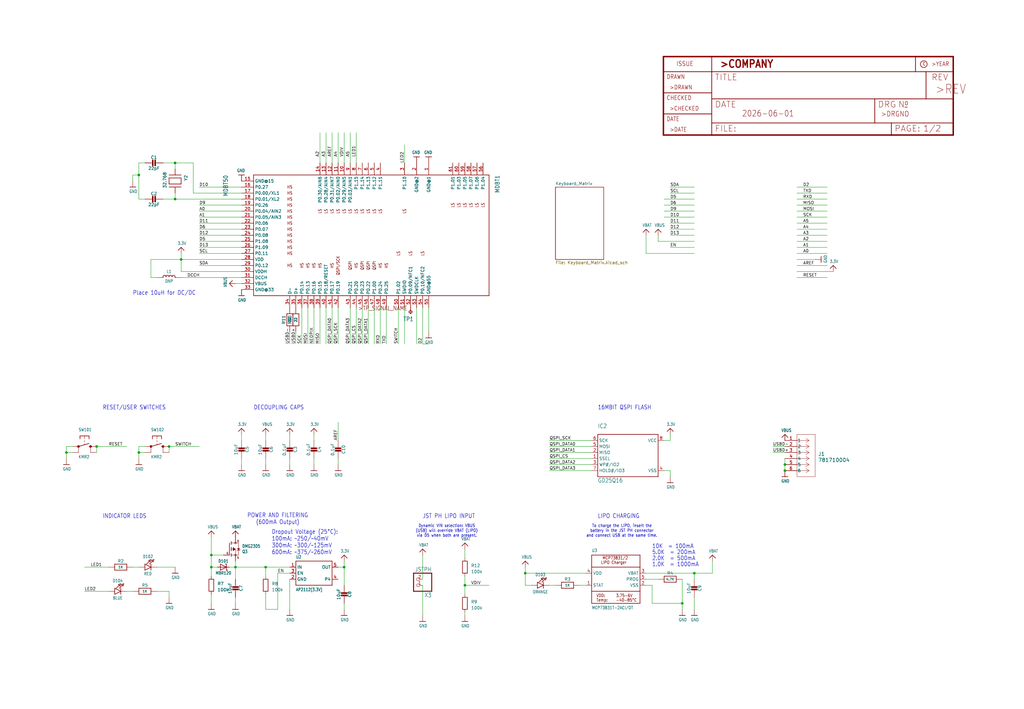
<source format=kicad_sch>
(kicad_sch (version 20230121) (generator eeschema)
  (paper "User" 430.809 298.45)
  (junction (at 73.66 68.58))
  (junction (at 58.42 73.66))
  (junction (at 195.58 246.38))
  (junction (at 220.98 241.3))
  (junction (at 330.2 198.12))
  (junction (at 76.2 109.22))
  (junction (at 73.66 83.82))
  (junction (at 71.12 187.96))
  (junction (at 27.94 190.5))
  (junction (at 287.02 254))
  (junction (at 292.1 241.3))
  (junction (at 330.2 195.58))
  (junction (at 144.78 238.76))
  (junction (at 99.06 238.76))
  (junction (at 58.42 190.5))
  (junction (at 88.9 238.76))
  (junction (at 111.76 238.76))
  (junction (at 88.9 233.68))
  (junction (at 40.64 187.96))
  (wire (pts (xy 281.94 96.52) (xy 292.1 96.52)) (stroke (width 0.1524)))
  (wire (pts (xy 279.4 88.9) (xy 292.1 88.9)) (stroke (width 0.1524)))
  (wire (pts (xy 101.6 86.36) (xy 83.82 86.36)) (stroke (width 0.1524)))
  (wire (pts (xy 347.98 88.9) (xy 335.28 88.9)) (stroke (width 0.1524)))
  (wire (pts (xy 71.12 187.96) (xy 83.82 187.96)) (stroke (width 0.1524)))
  (wire (pts (xy 55.88 76.2) (xy 55.88 73.66)) (stroke (width 0.1524)))
  (wire (pts (xy 335.28 114.3) (xy 350.52 114.3)) (stroke (width 0.1524)))
  (wire (pts (xy 292.1 241.3) (xy 271.78 241.3)) (stroke (width 0.1524)))
  (wire (pts (xy 132.08 185.42) (xy 132.08 182.88)) (stroke (width 0.1524)))
  (wire (pts (xy 144.78 68.58) (xy 144.78 55.88)) (stroke (width 0.1524)))
  (wire (pts (xy 101.6 185.42) (xy 101.6 182.88)) (stroke (width 0.1524)))
  (wire (pts (xy 292.1 101.6) (xy 276.86 101.6)) (stroke (width 0.1524)))
  (wire (pts (xy 81.28 68.58) (xy 73.66 68.58)) (stroke (width 0.1524)))
  (wire (pts (xy 292.1 78.74) (xy 281.94 78.74)) (stroke (width 0.1524)))
  (wire (pts (xy 231.14 246.38) (xy 233.68 246.38)) (stroke (width 0.1524)))
  (wire (pts (xy 53.34 248.92) (xy 55.88 248.92)) (stroke (width 0.1524)))
  (wire (pts (xy 279.4 185.42) (xy 281.94 185.42)) (stroke (width 0.1524)))
  (wire (pts (xy 177.8 129.54) (xy 177.8 144.78)) (stroke (width 0.1524)))
  (wire (pts (xy 101.6 111.76) (xy 83.82 111.76)) (stroke (width 0.1524)))
  (wire (pts (xy 99.06 238.76) (xy 111.76 238.76)) (stroke (width 0.1524)))
  (wire (pts (xy 73.66 68.58) (xy 73.66 71.12)) (stroke (width 0.1524)))
  (wire (pts (xy 144.78 238.76) (xy 144.78 236.22)) (stroke (width 0.1524)))
  (wire (pts (xy 299.72 236.22) (xy 299.72 241.3)) (stroke (width 0.1524)))
  (wire (pts (xy 281.94 185.42) (xy 281.94 182.88)) (stroke (width 0.1524)))
  (wire (pts (xy 63.5 109.22) (xy 76.2 109.22)) (stroke (width 0.1524)))
  (wire (pts (xy 195.58 246.38) (xy 195.58 250.19)) (stroke (width 0.1524)))
  (wire (pts (xy 292.1 241.3) (xy 299.72 241.3)) (stroke (width 0.1524)))
  (wire (pts (xy 147.32 144.78) (xy 147.32 129.54)) (stroke (width 0.1524)))
  (wire (pts (xy 279.4 86.36) (xy 292.1 86.36)) (stroke (width 0.1524)))
  (wire (pts (xy 248.92 185.42) (xy 231.14 185.42)) (stroke (width 0.1524)))
  (wire (pts (xy 63.5 116.84) (xy 63.5 109.22)) (stroke (width 0.1524)))
  (wire (pts (xy 88.9 238.76) (xy 88.9 242.57)) (stroke (width 0.1524)))
  (wire (pts (xy 83.82 101.6) (xy 101.6 101.6)) (stroke (width 0.1524)))
  (wire (pts (xy 45.72 248.92) (xy 35.56 248.92)) (stroke (width 0.1524)))
  (wire (pts (xy 116.84 256.54) (xy 111.76 256.54)) (stroke (width 0.1524)))
  (wire (pts (xy 99.06 236.22) (xy 99.06 238.76)) (stroke (width 0.1524)))
  (wire (pts (xy 60.96 190.5) (xy 58.42 190.5)) (stroke (width 0.1524)))
  (wire (pts (xy 40.64 187.96) (xy 40.64 190.5)) (stroke (width 0.1524)))
  (wire (pts (xy 220.98 241.3) (xy 246.38 241.3)) (stroke (width 0.1524)))
  (wire (pts (xy 335.28 111.76) (xy 347.98 111.76)) (stroke (width 0.1524)))
  (wire (pts (xy 88.9 250.19) (xy 88.9 251.46)))
  (wire (pts (xy 71.12 248.92) (xy 71.12 251.46)) (stroke (width 0.1524)))
  (wire (pts (xy 76.2 114.3) (xy 76.2 109.22)) (stroke (width 0.1524)))
  (wire (pts (xy 58.42 68.58) (xy 58.42 73.66)) (stroke (width 0.1524)))
  (wire (pts (xy 88.9 238.76) (xy 88.9 233.68)) (stroke (width 0.1524)))
  (wire (pts (xy 335.28 96.52) (xy 347.98 96.52)) (stroke (width 0.1524)))
  (wire (pts (xy 335.28 78.74) (xy 347.98 78.74)) (stroke (width 0.1524)))
  (wire (pts (xy 144.78 246.38) (xy 144.78 238.76)) (stroke (width 0.1524)))
  (wire (pts (xy 335.28 99.06) (xy 347.98 99.06)) (stroke (width 0.1524)))
  (wire (pts (xy 66.04 116.84) (xy 63.5 116.84)) (stroke (width 0.1524)))
  (wire (pts (xy 342.9 109.22) (xy 335.28 109.22)) (stroke (width 0.1524)))
  (wire (pts (xy 73.66 238.76) (xy 66.04 238.76)) (stroke (width 0.1524)))
  (wire (pts (xy 101.6 93.98) (xy 83.82 93.98)) (stroke (width 0.1524)))
  (wire (pts (xy 325.12 190.5) (xy 330.2 190.5)))
  (wire (pts (xy 121.92 144.78) (xy 121.92 139.7)) (stroke (width 0.1524)))
  (wire (pts (xy 177.8 233.68) (xy 177.8 243.84)) (stroke (width 0.1524)))
  (wire (pts (xy 121.92 193.04) (xy 121.92 195.58)) (stroke (width 0.1524)))
  (wire (pts (xy 279.4 91.44) (xy 292.1 91.44)) (stroke (width 0.1524)))
  (wire (pts (xy 30.48 187.96) (xy 27.94 187.96)) (stroke (width 0.1524)))
  (wire (pts (xy 271.78 243.84) (xy 276.86 243.84)) (stroke (width 0.1524)))
  (wire (pts (xy 335.28 83.82) (xy 347.98 83.82)) (stroke (width 0.1524)))
  (wire (pts (xy 157.48 129.54) (xy 157.48 144.78)) (stroke (width 0.1524)))
  (wire (pts (xy 330.2 193.04) (xy 330.2 195.58)))
  (wire (pts (xy 177.8 259.08) (xy 177.8 246.38)) (stroke (width 0.1524)))
  (wire (pts (xy 195.58 231.14) (xy 195.58 234.95)) (stroke (width 0.1524)))
  (wire (pts (xy 111.76 185.42) (xy 111.76 182.88)) (stroke (width 0.1524)))
  (wire (pts (xy 45.72 238.76) (xy 35.56 238.76)) (stroke (width 0.1524)))
  (wire (pts (xy 58.42 238.76) (xy 55.88 238.76)) (stroke (width 0.1524)))
  (wire (pts (xy 142.24 195.58) (xy 142.24 193.04)) (stroke (width 0.1524)))
  (wire (pts (xy 147.32 68.58) (xy 147.32 55.88)) (stroke (width 0.1524)))
  (wire (pts (xy 281.94 93.98) (xy 292.1 93.98)) (stroke (width 0.1524)))
  (wire (pts (xy 281.94 99.06) (xy 292.1 99.06)) (stroke (width 0.1524)))
  (wire (pts (xy 101.6 78.74) (xy 83.82 78.74)) (stroke (width 0.1524)))
  (wire (pts (xy 142.24 68.58) (xy 142.24 55.88)) (stroke (width 0.1524)))
  (wire (pts (xy 271.78 246.38) (xy 274.32 246.38)) (stroke (width 0.1524)))
  (wire (pts (xy 195.58 242.57) (xy 195.58 246.38)) (stroke (width 0.1524)))
  (wire (pts (xy 71.12 187.96) (xy 71.12 190.5)) (stroke (width 0.1524)))
  (wire (pts (xy 292.1 81.28) (xy 281.94 81.28)) (stroke (width 0.1524)))
  (wire (pts (xy 101.6 99.06) (xy 83.82 99.06)) (stroke (width 0.1524)))
  (wire (pts (xy 111.76 193.04) (xy 111.76 195.58)) (stroke (width 0.1524)))
  (wire (pts (xy 81.28 81.28) (xy 81.28 68.58)) (stroke (width 0.1524)))
  (wire (pts (xy 330.2 195.58) (xy 330.2 198.12)))
  (wire (pts (xy 30.48 190.5) (xy 27.94 190.5)) (stroke (width 0.1524)))
  (wire (pts (xy 231.14 190.5) (xy 248.92 190.5)) (stroke (width 0.1524)))
  (wire (pts (xy 83.82 91.44) (xy 101.6 91.44)) (stroke (width 0.1524)))
  (wire (pts (xy 27.94 187.96) (xy 27.94 190.5)) (stroke (width 0.1524)))
  (wire (pts (xy 132.08 129.54) (xy 132.08 144.78)) (stroke (width 0.1524)))
  (wire (pts (xy 271.78 106.68) (xy 271.78 99.06)) (stroke (width 0.1524)))
  (wire (pts (xy 137.16 129.54) (xy 137.16 144.78)) (stroke (width 0.1524)))
  (wire (pts (xy 93.98 233.68) (xy 88.9 233.68)) (stroke (width 0.1524)))
  (wire (pts (xy 139.7 144.78) (xy 139.7 129.54)) (stroke (width 0.1524)))
  (wire (pts (xy 195.58 246.38) (xy 205.74 246.38)) (stroke (width 0.1524)))
  (wire (pts (xy 248.92 187.96) (xy 231.14 187.96)) (stroke (width 0.1524)))
  (wire (pts (xy 58.42 73.66) (xy 58.42 83.82)) (stroke (width 0.1524)))
  (wire (pts (xy 170.18 68.58) (xy 170.18 60.96)) (stroke (width 0.1524)))
  (wire (pts (xy 55.88 73.66) (xy 58.42 73.66)) (stroke (width 0.1524)))
  (wire (pts (xy 142.24 238.76) (xy 144.78 238.76)) (stroke (width 0.1524)))
  (wire (pts (xy 88.9 233.68) (xy 88.9 226.06)) (stroke (width 0.1524)))
  (wire (pts (xy 121.92 238.76) (xy 111.76 238.76)) (stroke (width 0.1524)))
  (wire (pts (xy 101.6 88.9) (xy 83.82 88.9)) (stroke (width 0.1524)))
  (wire (pts (xy 325.12 187.96) (xy 330.2 187.96)))
  (wire (pts (xy 121.92 243.84) (xy 121.92 256.54)) (stroke (width 0.1524)))
  (wire (pts (xy 129.54 129.54) (xy 129.54 144.78)) (stroke (width 0.1524)))
  (wire (pts (xy 134.62 68.58) (xy 134.62 55.88)) (stroke (width 0.1524)))
  (wire (pts (xy 96.52 238.76) (xy 99.06 238.76)) (stroke (width 0.1524)))
  (wire (pts (xy 101.6 109.22) (xy 76.2 109.22)) (stroke (width 0.1524)))
  (wire (pts (xy 60.96 68.58) (xy 58.42 68.58)) (stroke (width 0.1524)))
  (wire (pts (xy 231.14 195.58) (xy 248.92 195.58)) (stroke (width 0.1524)))
  (wire (pts (xy 292.1 83.82) (xy 279.4 83.82)) (stroke (width 0.1524)))
  (wire (pts (xy 292.1 104.14) (xy 281.94 104.14)) (stroke (width 0.1524)))
  (wire (pts (xy 335.28 81.28) (xy 347.98 81.28)) (stroke (width 0.1524)))
  (wire (pts (xy 88.9 254) (xy 88.9 251.46)) (stroke (width 0.1524)))
  (wire (pts (xy 66.04 248.92) (xy 71.12 248.92)) (stroke (width 0.1524)))
  (wire (pts (xy 58.42 187.96) (xy 58.42 190.5)) (stroke (width 0.1524)))
  (wire (pts (xy 58.42 190.5) (xy 58.42 193.04)) (stroke (width 0.1524)))
  (wire (pts (xy 287.02 254) (xy 287.02 256.54)) (stroke (width 0.1524)))
  (wire (pts (xy 162.56 129.54) (xy 162.56 144.78)) (stroke (width 0.1524)))
  (wire (pts (xy 27.94 190.5) (xy 27.94 193.04)) (stroke (width 0.1524)))
  (wire (pts (xy 101.6 83.82) (xy 73.66 83.82)) (stroke (width 0.1524)))
  (wire (pts (xy 160.02 129.54) (xy 160.02 144.78)) (stroke (width 0.1524)))
  (wire (pts (xy 142.24 185.42) (xy 142.24 177.8)) (stroke (width 0.1524)))
  (wire (pts (xy 134.62 129.54) (xy 134.62 144.78)) (stroke (width 0.1524)))
  (wire (pts (xy 111.76 256.54) (xy 111.76 251.46)) (stroke (width 0.1524)))
  (wire (pts (xy 274.32 246.38) (xy 274.32 254)) (stroke (width 0.1524)))
  (wire (pts (xy 231.14 193.04) (xy 248.92 193.04)) (stroke (width 0.1524)))
  (wire (pts (xy 149.86 144.78) (xy 149.86 129.54)) (stroke (width 0.1524)))
  (wire (pts (xy 243.84 246.38) (xy 246.38 246.38)) (stroke (width 0.1524)))
  (wire (pts (xy 335.28 101.6) (xy 347.98 101.6)) (stroke (width 0.1524)))
  (wire (pts (xy 121.92 241.3) (xy 116.84 241.3)) (stroke (width 0.1524)))
  (wire (pts (xy 142.24 144.78) (xy 142.24 129.54)) (stroke (width 0.1524)))
  (wire (pts (xy 223.52 246.38) (xy 220.98 246.38)) (stroke (width 0.1524)))
  (wire (pts (xy 279.4 198.12) (xy 281.94 198.12)) (stroke (width 0.1524)))
  (wire (pts (xy 180.34 139.7) (xy 180.34 129.54)) (stroke (width 0.1524)))
  (wire (pts (xy 60.96 187.96) (xy 58.42 187.96)) (stroke (width 0.1524)))
  (wire (pts (xy 73.66 83.82) (xy 73.66 81.28)) (stroke (width 0.1524)))
  (wire (pts (xy 101.6 96.52) (xy 83.82 96.52)) (stroke (width 0.1524)))
  (wire (pts (xy 124.46 139.7) (xy 124.46 144.78)) (stroke (width 0.1524)))
  (wire (pts (xy 111.76 238.76) (xy 111.76 242.57)) (stroke (width 0.1524)))
  (wire (pts (xy 68.58 83.82) (xy 73.66 83.82)) (stroke (width 0.1524)))
  (wire (pts (xy 101.6 116.84) (xy 76.2 116.84)) (stroke (width 0.1524)))
  (wire (pts (xy 83.82 106.68) (xy 101.6 106.68)) (stroke (width 0.1524)))
  (wire (pts (xy 58.42 83.82) (xy 60.96 83.82)) (stroke (width 0.1524)))
  (wire (pts (xy 99.06 251.46) (xy 99.06 254)) (stroke (width 0.1524)))
  (wire (pts (xy 127 129.54) (xy 127 144.78)) (stroke (width 0.1524)))
  (wire (pts (xy 121.92 185.42) (xy 121.92 182.88)) (stroke (width 0.1524)))
  (wire (pts (xy 132.08 193.04) (xy 132.08 195.58)) (stroke (width 0.1524)))
  (wire (pts (xy 231.14 198.12) (xy 248.92 198.12)) (stroke (width 0.1524)))
  (wire (pts (xy 276.86 101.6) (xy 276.86 99.06)) (stroke (width 0.1524)))
  (wire (pts (xy 137.16 68.58) (xy 137.16 55.88)) (stroke (width 0.1524)))
  (wire (pts (xy 68.58 68.58) (xy 73.66 68.58)) (stroke (width 0.1524)))
  (wire (pts (xy 292.1 251.46) (xy 292.1 256.54)) (stroke (width 0.1524)))
  (wire (pts (xy 220.98 246.38) (xy 220.98 241.3)) (stroke (width 0.1524)))
  (wire (pts (xy 335.28 106.68) (xy 347.98 106.68)) (stroke (width 0.1524)))
  (wire (pts (xy 281.94 198.12) (xy 281.94 200.66)) (stroke (width 0.1524)))
  (wire (pts (xy 335.28 91.44) (xy 347.98 91.44)) (stroke (width 0.1524)))
  (wire (pts (xy 101.6 193.04) (xy 101.6 195.58)) (stroke (width 0.1524)))
  (wire (pts (xy 40.64 187.96) (xy 53.34 187.96)) (stroke (width 0.1524)))
  (wire (pts (xy 292.1 243.84) (xy 292.1 241.3)) (stroke (width 0.1524)))
  (wire (pts (xy 139.7 68.58) (xy 139.7 55.88)) (stroke (width 0.1524)))
  (wire (pts (xy 335.28 104.14) (xy 347.98 104.14)) (stroke (width 0.1524)))
  (wire (pts (xy 116.84 241.3) (xy 116.84 256.54)) (stroke (width 0.1524)))
  (wire (pts (xy 101.6 114.3) (xy 76.2 114.3)) (stroke (width 0.1524)))
  (wire (pts (xy 152.4 129.54) (xy 152.4 144.78)) (stroke (width 0.1524)))
  (wire (pts (xy 287.02 243.84) (xy 287.02 254)) (stroke (width 0.1524)))
  (wire (pts (xy 220.98 238.76) (xy 220.98 241.3)) (stroke (width 0.1524)))
  (wire (pts (xy 76.2 109.22) (xy 76.2 106.68)) (stroke (width 0.1524)))
  (wire (pts (xy 101.6 119.38) (xy 99.06 119.38)) (stroke (width 0.1524)))
  (wire (pts (xy 154.94 129.54) (xy 154.94 144.78)) (stroke (width 0.1524)))
  (wire (pts (xy 335.28 93.98) (xy 347.98 93.98)) (stroke (width 0.1524)))
  (wire (pts (xy 347.98 86.36) (xy 335.28 86.36)) (stroke (width 0.1524)))
  (wire (pts (xy 292.1 106.68) (xy 271.78 106.68)) (stroke (width 0.1524)))
  (wire (pts (xy 81.28 81.28) (xy 101.6 81.28)) (stroke (width 0.1524)))
  (wire (pts (xy 167.64 129.54) (xy 167.64 144.78)) (stroke (width 0.1524)))
  (wire (pts (xy 175.26 129.54) (xy 175.26 144.78)) (stroke (width 0.1524)))
  (wire (pts (xy 91.44 238.76) (xy 88.9 238.76)) (stroke (width 0.1524)))
  (wire (pts (xy 99.06 243.84) (xy 99.06 238.76)) (stroke (width 0.1524)))
  (wire (pts (xy 347.98 116.84) (xy 335.28 116.84)) (stroke (width 0.1524)))
  (wire (pts (xy 111.76 250.19) (xy 111.76 251.46)))
  (wire (pts (xy 170.18 129.54) (xy 170.18 144.78)) (stroke (width 0.1524)))
  (wire (pts (xy 101.6 104.14) (xy 83.82 104.14)) (stroke (width 0.1524)))
  (wire (pts (xy 195.58 257.81) (xy 195.58 259.08)))
  (wire (pts (xy 274.32 254) (xy 287.02 254)) (stroke (width 0.1524)))
  (wire (pts (xy 177.8 144.78) (xy 180.34 144.78)) (stroke (width 0.1524)))
  (wire (pts (xy 144.78 254) (xy 144.78 256.54)) (stroke (width 0.1524)))
  (wire (pts (xy 149.86 68.58) (xy 149.86 55.88)) (stroke (width 0.1524)))
  (text "Dynamic VIN selection: VBUS\n(USB) will override VBAT (LIPO)\nvia D5 when both are present." (at 187.96 223.52 0) (effects (font (size 1.27 1.0795))))
  (text "To charge the LIPO, insert the\nbattery in the JST PH connector\nand connect USB at the same time." (at 261.62 223.52 0) (effects (font (size 1.27 1.0795))))
  (text "POWER AND FILTERING\n(600mA Output)" (at 116.84 220.98 0) (effects (font (size 1.778 1.5113)) (justify bottom)))
  (text "1.0K  = 1000mA" (at 274.32 238.76 0) (effects (font (size 1.778 1.5113)) (justify left bottom)))
  (text "Place 10uH for DC/DC" (at 55.88 124.46 0) (effects (font (size 1.778 1.5113)) (justify left bottom)))
  (text "INDICATOR LEDS" (at 43.18 218.44 0) (effects (font (size 1.778 1.5113)) (justify left bottom)))
  (text "5.0K  = 200mA" (at 274.32 233.68 0) (effects (font (size 1.778 1.5113)) (justify left bottom)))
  (text "JST PH LIPO INPUT" (at 177.8 218.44 0) (effects (font (size 1.778 1.5113)) (justify left bottom)))
  (text "LIPO CHARGING" (at 251.46 218.44 0) (effects (font (size 1.778 1.5113)) (justify left bottom)))
  (text "RESET/USER SWITCHES" (at 43.18 172.72 0) (effects (font (size 1.778 1.5113)) (justify left bottom)))
  (text "10K  = 100mA" (at 274.32 231.14 0) (effects (font (size 1.778 1.5113)) (justify left bottom)))
  (text "2.0K  = 500mA" (at 274.32 236.22 0) (effects (font (size 1.778 1.5113)) (justify left bottom)))
  (text "16MBIT QSPI FLASH" (at 251.46 172.72 0) (effects (font (size 1.778 1.5113)) (justify left bottom)))
  (text "Dropout Voltage (25°C):\n100mA: ~250/~40mV\n300mA: ~300/~125mV\n600mA: ~375/~260mV" (at 114.3 233.68 0) (effects (font (size 1.778 1.5113)) (justify left bottom)))
  (text "DECOUPLING CAPS" (at 106.68 172.72 0) (effects (font (size 1.778 1.5113)) (justify left bottom)))
  (label "QSPI_DATA1" (at 154.94 144.78 90) (effects (font (size 1.2446 1.2446))))
  (label "D9" (at 281.94 88.9 0) (effects (font (size 1.2446 1.2446))))
  (label "A4" (at 337.82 96.52 0) (effects (font (size 1.2446 1.2446))))
  (label "RXD" (at 160.02 144.78 90) (effects (font (size 1.2446 1.2446))))
  (label "VDIV" (at 144.78 66.04 90) (effects (font (size 1.2446 1.2446))))
  (label "D2" (at 177.8 144.78 90) (effects (font (size 1.2446 1.2446))))
  (label "DCCH" (at 78.74 116.84 0) (effects (font (size 1.2446 1.2446))))
  (label "QSPI_CS" (at 231.14 193.04 0) (effects (font (size 1.2446 1.2446))))
  (label "AREF" (at 139.7 66.04 90) (effects (font (size 1.2446 1.2446))))
  (label "SCK" (at 337.82 91.44 0) (effects (font (size 1.2446 1.2446))))
  (label "A1" (at 83.82 91.44 0) (effects (font (size 1.2446 1.2446))))
  (label "QSPI_DATA3" (at 147.32 144.78 90) (effects (font (size 1.2446 1.2446))))
  (label "TXD" (at 162.56 144.78 90) (effects (font (size 1.2446 1.2446))))
  (label "QSPI_DATA2" (at 231.14 195.58 0) (effects (font (size 1.2446 1.2446))))
  (label "QSPI_DATA0" (at 231.14 187.96 0) (effects (font (size 1.2446 1.2446))))
  (label "QSPI_SCK" (at 142.24 144.78 90) (effects (font (size 1.2446 1.2446))))
  (label "QSPI_DATA3" (at 231.14 198.12 0) (effects (font (size 1.2446 1.2446))))
  (label "D11" (at 281.94 93.98 0) (effects (font (size 1.2446 1.2446))))
  (label "D9" (at 83.82 86.36 0) (effects (font (size 1.2446 1.2446))))
  (label "A3" (at 337.82 99.06 0) (effects (font (size 1.2446 1.2446))))
  (label "D13" (at 281.94 99.06 0) (effects (font (size 1.2446 1.2446))))
  (label "D5" (at 83.82 101.6 0) (effects (font (size 1.2446 1.2446))))
  (label "TXD" (at 337.82 81.28 0) (effects (font (size 1.2446 1.2446))))
  (label "MISO" (at 134.62 144.78 90) (effects (font (size 1.2446 1.2446))))
  (label "EN" (at 281.94 104.14 0) (effects (font (size 1.2446 1.2446))))
  (label "NEOPIX" (at 132.08 144.78 90) (effects (font (size 1.2446 1.2446))))
  (label "SCL" (at 281.94 81.28 0) (effects (font (size 1.2446 1.2446))))
  (label "QSPI_DATA0" (at 139.7 144.78 90) (effects (font (size 1.2446 1.2446))))
  (label "A5" (at 337.82 93.98 0) (effects (font (size 1.2446 1.2446))))
  (label "SWITCH" (at 167.64 144.78 90) (effects (font (size 1.2446 1.2446))))
  (label "LED1" (at 149.86 66.04 90) (effects (font (size 1.2446 1.2446))))
  (label "QSPI_DATA2" (at 152.4 144.78 90) (effects (font (size 1.2446 1.2446))))
  (label "LED2" (at 35.56 248.92 0) (effects (font (size 1.2446 1.2446))))
  (label "QSPI_CS" (at 149.86 144.78 90) (effects (font (size 1.2446 1.2446))))
  (label "SCL" (at 83.82 106.68 0) (effects (font (size 1.2446 1.2446))))
  (label "USBD+" (at 124.46 144.78 90) (effects (font (size 1.2446 1.2446))))
  (label "A2" (at 134.62 66.04 90) (effects (font (size 1.2446 1.2446))))
  (label "D12" (at 281.94 96.52 0) (effects (font (size 1.2446 1.2446))))
  (label "QSPI_DATA1" (at 231.14 190.5 0) (effects (font (size 1.2446 1.2446))))
  (label "D5" (at 281.94 83.82 0) (effects (font (size 1.2446 1.2446))))
  (label "RESET" (at 337.82 116.84 0) (effects (font (size 1.2446 1.2446))))
  (label "MISO" (at 337.82 86.36 0) (effects (font (size 1.2446 1.2446))))
  (label "MOSI" (at 337.82 88.9 0) (effects (font (size 1.2446 1.2446))))
  (label "D10" (at 281.94 91.44 0) (effects (font (size 1.2446 1.2446))))
  (label "A1" (at 337.82 104.14 0) (effects (font (size 1.2446 1.2446))))
  (label "A0" (at 337.82 106.68 0) (effects (font (size 1.2446 1.2446))))
  (label "LED2" (at 170.18 68.58 90) (effects (font (size 1.2446 1.2446))))
  (label "A2" (at 337.82 101.6 0) (effects (font (size 1.2446 1.2446))))
  (label "RESET" (at 45.72 187.96 0) (effects (font (size 1.2446 1.2446))))
  (label "RXD" (at 337.82 83.82 0) (effects (font (size 1.2446 1.2446))))
  (label "D2" (at 337.82 78.74 0) (effects (font (size 1.2446 1.2446))))
  (label "D12" (at 83.82 99.06 0) (effects (font (size 1.2446 1.2446))))
  (label "A5" (at 147.32 66.04 90) (effects (font (size 1.2446 1.2446))))
  (label "D10" (at 83.82 78.74 0) (effects (font (size 1.2446 1.2446))))
  (label "A4" (at 142.24 66.04 90) (effects (font (size 1.2446 1.2446))))
  (label "A3" (at 137.16 66.04 90) (effects (font (size 1.2446 1.2446))))
  (label "USBD-" (at 325.12 187.96 0) (effects (font (size 1.2446 1.2446))))
  (label "SDA" (at 281.94 78.74 0) (effects (font (size 1.2446 1.2446))))
  (label "USBD+" (at 325.12 190.5 0) (effects (font (size 1.2446 1.2446))))
  (label "SWITCH" (at 73.66 187.96 0) (effects (font (size 1.2446 1.2446))))
  (label "D6" (at 83.82 96.52 0) (effects (font (size 1.2446 1.2446))))
  (label "D6" (at 281.94 86.36 0) (effects (font (size 1.2446 1.2446))))
  (label "A0" (at 83.82 88.9 0) (effects (font (size 1.2446 1.2446))))
  (label "VDIV" (at 198.12 246.38 0) (effects (font (size 1.2446 1.2446))))
  (label "EN" (at 116.84 241.3 0) (effects (font (size 1.2446 1.2446))))
  (label "D11" (at 83.82 93.98 0) (effects (font (size 1.2446 1.2446))))
  (label "AREF" (at 337.82 111.76 0) (effects (font (size 1.2446 1.2446))))
  (label "SDA" (at 83.82 111.76 0) (effects (font (size 1.2446 1.2446))))
  (label "SCK" (at 127 144.78 90) (effects (font (size 1.2446 1.2446))))
  (label "D13" (at 83.82 104.14 0) (effects (font (size 1.2446 1.2446))))
  (label "LED1" (at 38.1 238.76 0) (effects (font (size 1.2446 1.2446))))
  (label "AREF" (at 142.24 185.42 90) (effects (font (size 1.2446 1.2446))))
  (label "USBD-" (at 121.92 144.78 90) (effects (font (size 1.2446 1.2446))))
  (label "QSPI_SCK" (at 231.14 185.42 0) (effects (font (size 1.2446 1.2446))))
  (label "MOSI" (at 129.54 144.78 90) (effects (font (size 1.2446 1.2446))))
  (symbol (lib_id "Adafruit nRF52840 Bluefruit Feather Express Rev D-eagle-import:LED0805_NOOUTLINE") (at 228.6 246.38 0) (unit 1)
    (property "Reference" "D103" (at 227.33 241.935 0) (effects (font (size 1.27 1.0795))))
    (property "Value" "ORANGE" (at 227.33 249.174 0) (effects (font (size 1.27 1.0795))))
    (property "Footprint" "Adafruit nRF52840 Bluefruit Feather Express Rev D:CHIPLED_0805_NOOUTLINE" (effects hide))
  )
  (symbol (lib_id "Adafruit nRF52840 Bluefruit Feather Express Rev D-eagle-import:MOSFET-P") (at 99.06 231.14 0) (mirror x) (unit 1)
    (property "Reference" "Q3" (at 101.854 231.521 0) (effects (font (size 1.27 1.0795)) (justify left bottom)))
    (property "Value" "DMG2305" (at 101.854 229.235 0) (effects (font (size 1.27 1.0795)) (justify left bottom)))
    (property "Footprint" "Adafruit nRF52840 Bluefruit Feather Express Rev D:SOT23-R" (effects hide))
  )
  (symbol (lib_id "Adafruit nRF52840 Bluefruit Feather Express Rev D-eagle-import:VBAT") (at 99.06 223.52 0) (unit 1)
    (property "Reference" "#U$043" (effects hide))
    (property "Value" "VBAT" (at 97.536 222.504 0) (effects (font (size 1.27 1.0795)) (justify left bottom)))
  )
  (symbol (lib_id "Adafruit nRF52840 Bluefruit Feather Express Rev D-eagle-import:VBAT") (at 195.58 228.6 0) (unit 1)
    (property "Reference" "#U$058" (effects hide))
    (property "Value" "VBAT" (at 194.056 227.584 0) (effects (font (size 1.27 1.0795)) (justify left bottom)))
  )
  (symbol (lib_id "Adafruit nRF52840 Bluefruit Feather Express Rev D-eagle-import:VBUS") (at 96.52 119.38 90) (unit 1)
    (property "Reference" "#U$023" (effects hide))
    (property "Value" "VBUS" (at 95.504 120.904 0) (effects (font (size 1.27 1.0795)) (justify left bottom)))
  )
  (symbol (lib_id "Adafruit nRF52840 Bluefruit Feather Express Rev D-eagle-import:LED0805_NOOUTLINE") (at 63.5 238.76 0) (unit 1)
    (property "Reference" "D102" (at 62.23 234.315 0) (effects (font (size 1.27 1.0795))))
    (property "Value" "RED" (at 62.23 241.554 0) (effects (font (size 1.27 1.0795))))
    (property "Footprint" "Adafruit nRF52840 Bluefruit Feather Express Rev D:CHIPLED_0805_NOOUTLINE" (effects hide))
  )
  (symbol (lib_id "Adafruit nRF52840 Bluefruit Feather Express Rev D-eagle-import:GND") (at 99.06 256.54 0) (unit 1)
    (property "Reference" "#U$04" (effects hide))
    (property "Value" "GND" (at 97.536 259.08 0) (effects (font (size 1.27 1.0795)) (justify left bottom)))
  )
  (symbol (lib_id "Adafruit nRF52840 Bluefruit Feather Express Rev D-eagle-import:CAP_CERAMIC0603_NO") (at 132.08 187.96 180) (unit 1)
    (property "Reference" "C4" (at 134.37 189.21 90))
    (property "Value" "0.1uF" (at 129.78 189.21 90))
    (property "Footprint" "Adafruit nRF52840 Bluefruit Feather Express Rev D:0603-NO" (effects hide))
  )
  (symbol (lib_id "2023-09-18_17-26-43:781710004") (at 330.2 185.42 0) (unit 1)
    (property "Reference" "J1" (at 344.17 191.135 0) (effects (font (size 1.524 1.524)) (justify left)))
    (property "Value" "781710004" (at 344.17 193.675 0) (effects (font (size 1.524 1.524)) (justify left)))
    (property "Footprint" "CON_781710004" (effects hide))
    (property "Datasheet" "781710004" (effects hide))
  )
  (symbol (lib_id "Adafruit nRF52840 Bluefruit Feather Express Rev D-eagle-import:VBUS") (at 276.86 96.52 0) (unit 1)
    (property "Reference" "#U$040" (effects hide))
    (property "Value" "VBUS" (at 275.336 95.504 0) (effects (font (size 1.27 1.0795)) (justify left bottom)))
  )
  (symbol (lib_id "Adafruit nRF52840 Bluefruit Feather Express Rev D-eagle-import:3.3V") (at 76.2 104.14 0) (unit 1)
    (property "Reference" "#U$047" (effects hide))
    (property "Value" "3.3V" (at 74.676 103.124 0) (effects (font (size 1.27 1.0795)) (justify left bottom)))
  )
  (symbol (lib_id "Adafruit nRF52840 Bluefruit Feather Express Rev D-eagle-import:RESISTOR_0603_NOOUT") (at 281.94 243.84 0) (unit 1)
    (property "Reference" "R4" (at 281.94 241.3 0))
    (property "Value" "4.7K" (at 281.94 243.84 0) (effects (font (size 1.016 1.016) bold)))
    (property "Footprint" "Adafruit nRF52840 Bluefruit Feather Express Rev D:0603-NO" (effects hide))
  )
  (symbol (lib_id "Adafruit nRF52840 Bluefruit Feather Express Rev D-eagle-import:GND") (at 121.92 198.12 0) (unit 1)
    (property "Reference" "#U$034" (effects hide))
    (property "Value" "GND" (at 120.396 200.66 0) (effects (font (size 1.27 1.0795)) (justify left bottom)))
  )
  (symbol (lib_id "Adafruit nRF52840 Bluefruit Feather Express Rev D-eagle-import:GND") (at 345.44 109.22 90) (unit 1)
    (property "Reference" "#U$024" (effects hide))
    (property "Value" "GND" (at 347.98 110.744 0) (effects (font (size 1.27 1.0795)) (justify left bottom)))
  )
  (symbol (lib_id "Adafruit nRF52840 Bluefruit Feather Express Rev D-eagle-import:VBUS") (at 220.98 236.22 0) (unit 1)
    (property "Reference" "#U$038" (effects hide))
    (property "Value" "VBUS" (at 219.456 235.204 0) (effects (font (size 1.27 1.0795)) (justify left bottom)))
  )
  (symbol (lib_id "Adafruit nRF52840 Bluefruit Feather Express Rev D-eagle-import:GND") (at 281.94 203.2 0) (unit 1)
    (property "Reference" "#U$056" (effects hide))
    (property "Value" "GND" (at 280.416 205.74 0) (effects (font (size 1.27 1.0795)) (justify left bottom)))
  )
  (symbol (lib_id "Adafruit nRF52840 Bluefruit Feather Express Rev D-eagle-import:3.3V") (at 132.08 180.34 0) (unit 1)
    (property "Reference" "#U$035" (effects hide))
    (property "Value" "3.3V" (at 130.556 179.324 0) (effects (font (size 1.27 1.0795)) (justify left bottom)))
  )
  (symbol (lib_id "Adafruit nRF52840 Bluefruit Feather Express Rev D-eagle-import:GND") (at 330.2 200.66 0) (unit 1)
    (property "Reference" "#U$018" (effects hide))
    (property "Value" "GND" (at 328.676 203.2 0) (effects (font (size 1.27 1.0795)) (justify left bottom)))
  )
  (symbol (lib_id "Adafruit nRF52840 Bluefruit Feather Express Rev D-eagle-import:VBAT") (at 177.8 231.14 0) (unit 1)
    (property "Reference" "#U$06" (effects hide))
    (property "Value" "VBAT" (at 176.276 230.124 0) (effects (font (size 1.27 1.0795)) (justify left bottom)))
  )
  (symbol (lib_id "Adafruit nRF52840 Bluefruit Feather Express Rev D-eagle-import:VBAT") (at 271.78 96.52 0) (unit 1)
    (property "Reference" "#U$026" (effects hide))
    (property "Value" "VBAT" (at 270.256 95.504 0) (effects (font (size 1.27 1.0795)) (justify left bottom)))
  )
  (symbol (lib_id "Adafruit nRF52840 Bluefruit Feather Express Rev D-eagle-import:GND") (at 88.9 256.54 0) (unit 1)
    (property "Reference" "#U$044" (effects hide))
    (property "Value" "GND" (at 87.376 259.08 0) (effects (font (size 1.27 1.0795)) (justify left bottom)))
  )
  (symbol (lib_id "Adafruit nRF52840 Bluefruit Feather Express Rev D-eagle-import:LED0805_NOOUTLINE") (at 50.8 248.92 0) (unit 1)
    (property "Reference" "D104" (at 49.53 244.475 0) (effects (font (size 1.27 1.0795))))
    (property "Value" "BLUE" (at 49.53 251.714 0) (effects (font (size 1.27 1.0795))))
    (property "Footprint" "Adafruit nRF52840 Bluefruit Feather Express Rev D:CHIPLED_0805_NOOUTLINE" (effects hide))
  )
  (symbol (lib_id "Adafruit nRF52840 Bluefruit Feather Express Rev D-eagle-import:FRAME_A3") (at 279.4 58.42 0) (unit 3)
    (property "Reference" "#FRAME1" (effects hide))
    (property "Value" "FRAME_A3" (effects hide))
  )
  (symbol (lib_id "Device:R") (at 195.58 238.76 0) (unit 1)
    (property "Reference" "R12" (at 198.12 238.125 0) (effects (justify left)))
    (property "Value" "100k" (at 198.12 240.665 0) (effects (justify left)))
    (property "Footprint" "Resistor_SMD:R_0603_1608Metric" (effects hide))
  )
  (symbol (lib_id "Adafruit nRF52840 Bluefruit Feather Express Rev D-eagle-import:MDBT50") (at 157.48 99.06 270) (unit 1)
    (property "Reference" "MDBT1" (at 208.28 73.66 0) (effects (font (size 1.778 1.5113)) (justify left bottom)))
    (property "Value" "MDBT50" (at 93.98 73.66 0) (effects (font (size 1.778 1.5113)) (justify left bottom)))
    (property "Footprint" "Adafruit nRF52840 Bluefruit Feather Express Rev D:MDBT50" (effects hide))
  )
  (symbol (lib_id "Adafruit nRF52840 Bluefruit Feather Express Rev D-eagle-import:XTAL-3.2X1.5") (at 73.66 76.2 270) (unit 1)
    (property "Reference" "Y2" (at 77.47 73.66 0) (effects (justify left bottom)))
    (property "Value" "32.768" (at 68.58 72.39 0) (effects (justify left bottom)))
    (property "Footprint" "Adafruit nRF52840 Bluefruit Feather Express Rev D:XTAL3215" (effects hide))
  )
  (symbol (lib_id "Adafruit nRF52840 Bluefruit Feather Express Rev D-eagle-import:GND") (at 121.92 259.08 0) (unit 1)
    (property "Reference" "#U$030" (effects hide))
    (property "Value" "GND" (at 120.396 261.62 0) (effects (font (size 1.27 1.0795)) (justify left bottom)))
  )
  (symbol (lib_id "Adafruit nRF52840 Bluefruit Feather Express Rev D-eagle-import:3.3V") (at 144.78 233.68 0) (unit 1)
    (property "Reference" "#U$011" (effects hide))
    (property "Value" "3.3V" (at 143.256 232.664 0) (effects (font (size 1.27 1.0795)) (justify left bottom)))
  )
  (symbol (lib_id "Adafruit nRF52840 Bluefruit Feather Express Rev D-eagle-import:CAP_CERAMIC0805-NOOUTLINE") (at 99.06 246.38 180) (unit 1)
    (property "Reference" "C7" (at 101.35 247.63 90))
    (property "Value" "10uF" (at 96.76 247.63 90))
    (property "Footprint" "Adafruit nRF52840 Bluefruit Feather Express Rev D:0805-NO" (effects hide))
  )
  (symbol (lib_id "Adafruit nRF52840 Bluefruit Feather Express Rev D-eagle-import:RESISTOR_0603_NOOUT") (at 124.46 134.62 90) (unit 1)
    (property "Reference" "R10" (at 121.92 134.62 0))
    (property "Value" "22" (at 124.46 134.62 0) (effects (font (size 1.016 1.016) bold)))
    (property "Footprint" "Adafruit nRF52840 Bluefruit Feather Express Rev D:0603-NO" (effects hide))
  )
  (symbol (lib_id "Adafruit nRF52840 Bluefruit Feather Express Rev D-eagle-import:INDUCTOR_0805MP") (at 71.12 116.84 0) (unit 1)
    (property "Reference" "L1" (at 71.12 114.3 0) (effects (font (size 1.27 1.0795))))
    (property "Value" "DNP" (at 71.12 118.38 0) (effects (font (size 1.27 1.0795))))
    (property "Footprint" "Adafruit nRF52840 Bluefruit Feather Express Rev D:_0805MP" (effects hide))
  )
  (symbol (lib_id "Adafruit nRF52840 Bluefruit Feather Express Rev D-eagle-import:CAP_CERAMIC0603_NO") (at 63.5 83.82 270) (unit 1)
    (property "Reference" "C2" (at 64.75 81.53 90))
    (property "Value" "22pF" (at 64.75 86.12 90))
    (property "Footprint" "Adafruit nRF52840 Bluefruit Feather Express Rev D:0603-NO" (effects hide))
  )
  (symbol (lib_id "Adafruit nRF52840 Bluefruit Feather Express Rev D-eagle-import:SPIFLASH_8PINUX") (at 264.16 193.04 0) (unit 1)
    (property "Reference" "IC2" (at 251.46 180.34 0) (effects (font (size 1.778 1.5113)) (justify left bottom)))
    (property "Value" "GD25Q16" (at 251.46 203.2 0) (effects (font (size 1.778 1.5113)) (justify left bottom)))
    (property "Footprint" "Adafruit nRF52840 Bluefruit Feather Express Rev D:USON8" (effects hide))
  )
  (symbol (lib_id "Adafruit nRF52840 Bluefruit Feather Express Rev D-eagle-import:CAP_CERAMIC0805-NOOUTLINE") (at 111.76 187.96 180) (unit 1)
    (property "Reference" "C6" (at 114.05 189.21 90))
    (property "Value" "10uF" (at 109.46 189.21 90))
    (property "Footprint" "Adafruit nRF52840 Bluefruit Feather Express Rev D:0805-NO" (effects hide))
  )
  (symbol (lib_id "Adafruit nRF52840 Bluefruit Feather Express Rev D-eagle-import:VBAT") (at 299.72 233.68 0) (unit 1)
    (property "Reference" "#U$03" (effects hide))
    (property "Value" "VBAT" (at 298.196 232.664 0) (effects (font (size 1.27 1.0795)) (justify left bottom)))
  )
  (symbol (lib_id "Adafruit nRF52840 Bluefruit Feather Express Rev D-eagle-import:RESISTOR_0603_NOOUT") (at 60.96 248.92 0) (unit 1)
    (property "Reference" "R5" (at 60.96 246.38 0))
    (property "Value" "1K" (at 60.96 248.92 0) (effects (font (size 1.016 1.016) bold)))
    (property "Footprint" "Adafruit nRF52840 Bluefruit Feather Express Rev D:0603-NO" (effects hide))
  )
  (symbol (lib_id "Adafruit nRF52840 Bluefruit Feather Express Rev D-eagle-import:GND") (at 73.66 241.3 0) (unit 1)
    (property "Reference" "#U$015" (effects hide))
    (property "Value" "GND" (at 72.136 243.84 0) (effects (font (size 1.27 1.0795)) (justify left bottom)))
  )
  (symbol (lib_id "Adafruit nRF52840 Bluefruit Feather Express Rev D-eagle-import:3.3V") (at 101.6 180.34 0) (unit 1)
    (property "Reference" "#U$022" (effects hide))
    (property "Value" "3.3V" (at 100.076 179.324 0) (effects (font (size 1.27 1.0795)) (justify left bottom)))
  )
  (symbol (lib_id "Adafruit nRF52840 Bluefruit Feather Express Rev D-eagle-import:GND") (at 27.94 195.58 0) (unit 1)
    (property "Reference" "#U$02" (effects hide))
    (property "Value" "GND" (at 26.416 198.12 0) (effects (font (size 1.27 1.0795)) (justify left bottom)))
  )
  (symbol (lib_id "Adafruit nRF52840 Bluefruit Feather Express Rev D-eagle-import:GND") (at 142.24 198.12 0) (unit 1)
    (property "Reference" "#U$09" (effects hide))
    (property "Value" "GND" (at 140.716 200.66 0) (effects (font (size 1.27 1.0795)) (justify left bottom)))
  )
  (symbol (lib_id "Device:R") (at 88.9 246.38 0) (unit 1)
    (property "Reference" "R7" (at 91.44 245.745 0) (effects (justify left)))
    (property "Value" "100k" (at 91.44 248.285 0) (effects (justify left)))
    (property "Footprint" "Resistor_SMD:R_0603_1608Metric" (effects hide))
  )
  (symbol (lib_id "Adafruit nRF52840 Bluefruit Feather Express Rev D-eagle-import:CAP_CERAMIC0603_NO") (at 63.5 68.58 270) (unit 1)
    (property "Reference" "C1" (at 64.75 66.29 90))
    (property "Value" "22pF" (at 64.75 70.88 90))
    (property "Footprint" "Adafruit nRF52840 Bluefruit Feather Express Rev D:0603-NO" (effects hide))
  )
  (symbol (lib_id "Adafruit nRF52840 Bluefruit Feather Express Rev D-eagle-import:CON_JST_PH_2PIN") (at 175.26 243.84 180) (unit 1)
    (property "Reference" "X3" (at 181.61 249.555 0) (effects (font (size 1.778 1.5113)) (justify left bottom)))
    (property "Value" "JSTPH" (at 181.61 238.76 0) (effects (font (size 1.778 1.5113)) (justify left bottom)))
    (property "Footprint" "Adafruit nRF52840 Bluefruit Feather Express Rev D:JSTPH2" (effects hide))
  )
  (symbol (lib_id "Adafruit nRF52840 Bluefruit Feather Express Rev D-eagle-import:RESISTOR_0603_NOOUT") (at 50.8 238.76 0) (unit 1)
    (property "Reference" "R2" (at 50.8 236.22 0))
    (property "Value" "1K" (at 50.8 238.76 0) (effects (font (size 1.016 1.016) bold)))
    (property "Footprint" "Adafruit nRF52840 Bluefruit Feather Express Rev D:0603-NO" (effects hide))
  )
  (symbol (lib_id "Device:R") (at 195.58 254 0) (unit 1)
    (property "Reference" "R9" (at 198.12 253.365 0) (effects (justify left)))
    (property "Value" "100k" (at 198.12 255.905 0) (effects (justify left)))
    (property "Footprint" "Resistor_SMD:R_0603_1608Metric" (effects hide))
  )
  (symbol (lib_id "Adafruit nRF52840 Bluefruit Feather Express Rev D-eagle-import:GND") (at 111.76 198.12 0) (unit 1)
    (property "Reference" "#U$025" (effects hide))
    (property "Value" "GND" (at 110.236 200.66 0) (effects (font (size 1.27 1.0795)) (justify left bottom)))
  )
  (symbol (lib_id "Adafruit nRF52840 Bluefruit Feather Express Rev D-eagle-import:CAP_CERAMIC0805-NOOUTLINE") (at 101.6 187.96 180) (unit 1)
    (property "Reference" "C5" (at 103.89 189.21 90))
    (property "Value" "10uF" (at 99.3 189.21 90))
    (property "Footprint" "Adafruit nRF52840 Bluefruit Feather Express Rev D:0805-NO" (effects hide))
  )
  (symbol (lib_id "Adafruit nRF52840 Bluefruit Feather Express Rev D-eagle-import:GND") (at 101.6 124.46 0) (unit 1)
    (property "Reference" "#U$048" (effects hide))
    (property "Value" "GND" (at 100.076 127 0) (effects (font (size 1.27 1.0795)) (justify left bottom)))
  )
  (symbol (lib_id "Adafruit nRF52840 Bluefruit Feather Express Rev D-eagle-import:TPTP10R") (at 172.72 132.08 180) (unit 1)
    (property "Reference" "TP1" (at 173.99 133.35 0) (effects (font (size 1.778 1.5113)) (justify left bottom)))
    (property "Value" "TPTP10R" (effects hide))
    (property "Footprint" "Adafruit nRF52840 Bluefruit Feather Express Rev D:TP10R" (effects hide))
  )
  (symbol (lib_id "Adafruit nRF52840 Bluefruit Feather Express Rev D-eagle-import:3.3V") (at 281.94 180.34 0) (unit 1)
    (property "Reference" "#U$055" (effects hide))
    (property "Value" "3.3V" (at 280.416 179.324 0) (effects (font (size 1.27 1.0795)) (justify left bottom)))
  )
  (symbol (lib_id "Adafruit nRF52840 Bluefruit Feather Express Rev D-eagle-import:GND") (at 58.42 195.58 0) (unit 1)
    (property "Reference" "#U$08" (effects hide))
    (property "Value" "GND" (at 56.896 198.12 0) (effects (font (size 1.27 1.0795)) (justify left bottom)))
  )
  (symbol (lib_id "Adafruit nRF52840 Bluefruit Feather Express Rev D-eagle-import:VREG_SOT23-5") (at 132.08 241.3 0) (unit 1)
    (property "Reference" "U2" (at 124.46 235.204 0) (effects (font (size 1.27 1.0795)) (justify left bottom)))
    (property "Value" "AP2112(3.3V)" (at 124.46 248.92 0) (effects (font (size 1.27 1.0795)) (justify left bottom)))
    (property "Footprint" "Adafruit nRF52840 Bluefruit Feather Express Rev D:SOT23-5" (effects hide))
  )
  (symbol (lib_id "Adafruit nRF52840 Bluefruit Feather Express Rev D-eagle-import:SWITCH_TACT_SMT4.6X2.8") (at 66.04 187.96 0) (unit 1)
    (property "Reference" "SW102" (at 63.5 181.61 0) (effects (font (size 1.27 1.0795)) (justify left bottom)))
    (property "Value" "KMR2" (at 63.5 193.04 0) (effects (font (size 1.27 1.0795)) (justify left bottom)))
    (property "Footprint" "Adafruit nRF52840 Bluefruit Feather Express Rev D:BTN_KMR2_4.6X2.8" (effects hide))
  )
  (symbol (lib_id "Adafruit nRF52840 Bluefruit Feather Express Rev D-eagle-import:GND") (at 177.8 261.62 0) (unit 1)
    (property "Reference" "#U$07" (effects hide))
    (property "Value" "GND" (at 176.276 264.16 0) (effects (font (size 1.27 1.0795)) (justify left bottom)))
  )
  (symbol (lib_id "Adafruit nRF52840 Bluefruit Feather Express Rev D-eagle-import:GND") (at 292.1 259.08 0) (unit 1)
    (property "Reference" "#U$033" (effects hide))
    (property "Value" "GND" (at 290.576 261.62 0) (effects (font (size 1.27 1.0795)) (justify left bottom)))
  )
  (symbol (lib_id "Adafruit nRF52840 Bluefruit Feather Express Rev D-eagle-import:RESISTOR_0603_NOOUT") (at 238.76 246.38 0) (unit 1)
    (property "Reference" "R3" (at 238.76 243.84 0))
    (property "Value" "1K" (at 238.76 246.38 0) (effects (font (size 1.016 1.016) bold)))
    (property "Footprint" "Adafruit nRF52840 Bluefruit Feather Express Rev D:0603-NO" (effects hide))
  )
  (symbol (lib_id "Adafruit nRF52840 Bluefruit Feather Express Rev D-eagle-import:GND") (at 180.34 142.24 0) (unit 1)
    (property "Reference" "#U$054" (effects hide))
    (property "Value" "GND" (at 178.816 144.78 0) (effects (font (size 1.27 1.0795)) (justify left bottom)))
  )
  (symbol (lib_id "Adafruit nRF52840 Bluefruit Feather Express Rev D-eagle-import:VBUS") (at 88.9 223.52 0) (unit 1)
    (property "Reference" "#U$013" (effects hide))
    (property "Value" "VBUS" (at 87.376 222.504 0) (effects (font (size 1.27 1.0795)) (justify left bottom)))
  )
  (symbol (lib_id "Adafruit nRF52840 Bluefruit Feather Express Rev D-eagle-import:GND") (at 132.08 198.12 0) (unit 1)
    (property "Reference" "#U$031" (effects hide))
    (property "Value" "GND" (at 130.556 200.66 0) (effects (font (size 1.27 1.0795)) (justify left bottom)))
  )
  (symbol (lib_id "Adafruit nRF52840 Bluefruit Feather Express Rev D-eagle-import:GND") (at 144.78 259.08 0) (unit 1)
    (property "Reference" "#U$05" (effects hide))
    (property "Value" "GND" (at 143.256 261.62 0) (effects (font (size 1.27 1.0795)) (justify left bottom)))
  )
  (symbol (lib_id "Adafruit nRF52840 Bluefruit Feather Express Rev D-eagle-import:SWITCH_TACT_SMT4.6X2.8") (at 35.56 187.96 0) (unit 1)
    (property "Reference" "SW101" (at 33.02 181.61 0) (effects (font (size 1.27 1.0795)) (justify left bottom)))
    (property "Value" "KMR2" (at 33.02 193.04 0) (effects (font (size 1.27 1.0795)) (justify left bottom)))
    (property "Footprint" "Adafruit nRF52840 Bluefruit Feather Express Rev D:BTN_KMR2_4.6X2.8" (effects hide))
  )
  (symbol (lib_id "Adafruit nRF52840 Bluefruit Feather Express Rev D-eagle-import:GND") (at 71.12 254 0) (unit 1)
    (property "Reference" "#U$046" (effects hide))
    (property "Value" "GND" (at 69.596 256.54 0) (effects (font (size 1.27 1.0795)) (justify left bottom)))
  )
  (symbol (lib_id "Adafruit nRF52840 Bluefruit Feather Express Rev D-eagle-import:VBUS") (at 330.2 182.88 0) (unit 1)
    (property "Reference" "#U$01" (effects hide))
    (property "Value" "VBUS" (at 328.676 181.864 0) (effects (font (size 1.27 1.0795)) (justify left bottom)))
  )
  (symbol (lib_id "Adafruit nRF52840 Bluefruit Feather Express Rev D-eagle-import:GND") (at 175.26 66.04 180) (unit 1)
    (property "Reference" "#U$051" (effects hide))
    (property "Value" "GND" (at 176.784 63.5 0) (effects (font (size 1.27 1.0795)) (justify left bottom)))
  )
  (symbol (lib_id "Adafruit nRF52840 Bluefruit Feather Express Rev D-eagle-import:CAP_CERAMIC0603_NO") (at 142.24 187.96 180) (unit 1)
    (property "Reference" "C10" (at 144.53 189.21 90))
    (property "Value" "0.1uF" (at 139.94 189.21 90))
    (property "Footprint" "Adafruit nRF52840 Bluefruit Feather Express Rev D:0603-NO" (effects hide))
  )
  (symbol (lib_id "Adafruit nRF52840 Bluefruit Feather Express Rev D-eagle-import:3.3V") (at 121.92 180.34 0) (unit 1)
    (property "Reference" "#U$032" (effects hide))
    (property "Value" "3.3V" (at 120.396 179.324 0) (effects (font (size 1.27 1.0795)) (justify left bottom)))
  )
  (symbol (lib_id "Adafruit nRF52840 Bluefruit Feather Express Rev D-eagle-import:CAP_CERAMIC0603_NO") (at 121.92 187.96 180) (unit 1)
    (property "Reference" "C3" (at 124.21 189.21 90))
    (property "Value" "0.1uF" (at 119.62 189.21 90))
    (property "Footprint" "Adafruit nRF52840 Bluefruit Feather Express Rev D:0603-NO" (effects hide))
  )
  (symbol (lib_id "Adafruit nRF52840 Bluefruit Feather Express Rev D-eagle-import:GND") (at 195.58 261.62 0) (unit 1)
    (property "Reference" "#U$057" (effects hide))
    (property "Value" "GND" (at 194.056 264.16 0) (effects (font (size 1.27 1.0795)) (justify left bottom)))
  )
  (symbol (lib_id "Adafruit nRF52840 Bluefruit Feather Express Rev D-eagle-import:GND") (at 101.6 198.12 0) (unit 1)
    (property "Reference" "#U$042" (effects hide))
    (property "Value" "GND" (at 100.076 200.66 0) (effects (font (size 1.27 1.0795)) (justify left bottom)))
  )
  (symbol (lib_id "Adafruit nRF52840 Bluefruit Feather Express Rev D-eagle-import:DIODE-SCHOTTKYSOD-123") (at 93.98 238.76 0) (unit 1)
    (property "Reference" "D101" (at 93.98 236.22 0) (effects (font (size 1.27 1.0795))))
    (property "Value" "MBR120" (at 93.98 241.26 0) (effects (font (size 1.27 1.0795))))
    (property "Footprint" "Adafruit nRF52840 Bluefruit Feather Express Rev D:SOD-123" (effects hide))
  )
  (symbol (lib_id "Adafruit nRF52840 Bluefruit Feather Express Rev D-eagle-import:GND") (at 287.02 259.08 0) (unit 1)
    (property "Reference" "#U$036" (effects hide))
    (property "Value" "GND" (at 285.496 261.62 0) (effects (font (size 1.27 1.0795)) (justify left bottom)))
  )
  (symbol (lib_id "Adafruit nRF52840 Bluefruit Feather Express Rev D-eagle-import:3.3V") (at 350.52 111.76 0) (unit 1)
    (property "Reference" "#U$020" (effects hide))
    (property "Value" "3.3V" (at 348.996 110.744 0) (effects (font (size 1.27 1.0795)) (justify left bottom)))
  )
  (symbol (lib_id "Adafruit nRF52840 Bluefruit Feather Express Rev D-eagle-import:RESISTOR_0603_NOOUT") (at 121.92 134.62 90) (unit 1)
    (property "Reference" "R11" (at 119.38 134.62 0))
    (property "Value" "22" (at 121.92 134.62 0) (effects (font (size 1.016 1.016) bold)))
    (property "Footprint" "Adafruit nRF52840 Bluefruit Feather Express Rev D:0603-NO" (effects hide))
  )
  (symbol (lib_id "Adafruit nRF52840 Bluefruit Feather Express Rev D-eagle-import:VBUS") (at 111.76 180.34 0) (unit 1)
    (property "Reference" "#U$029" (effects hide))
    (property "Value" "VBUS" (at 110.236 179.324 0) (effects (font (size 1.27 1.0795)) (justify left bottom)))
  )
  (symbol (lib_id "Device:R") (at 111.76 246.38 0) (unit 1)
    (property "Reference" "R8" (at 114.3 245.745 0) (effects (justify left)))
    (property "Value" "100k" (at 114.3 248.285 0) (effects (justify left)))
    (property "Footprint" "Resistor_SMD:R_0603_1608Metric" (effects hide))
  )
  (symbol (lib_id "Adafruit nRF52840 Bluefruit Feather Express Rev D-eagle-import:CAP_CERAMIC0805-NOOUTLINE") (at 292.1 246.38 180) (unit 1)
    (property "Reference" "C9" (at 294.39 247.63 90))
    (property "Value" "10uF" (at 289.8 247.63 90))
    (property "Footprint" "Adafruit nRF52840 Bluefruit Feather Express Rev D:0805-NO" (effects hide))
  )
  (symbol (lib_id "Adafruit nRF52840 Bluefruit Feather Express Rev D-eagle-import:MCP73831/2") (at 259.08 243.84 0) (unit 1)
    (property "Reference" "U3" (at 248.92 232.41 0) (effects (font (size 1.27 1.0795)) (justify left bottom)))
    (property "Value" "MCP73831T-2ACI/OT" (at 248.92 256.54 0) (effects (font (size 1.27 1.0795)) (justify left bottom)))
    (property "Footprint" "Adafruit nRF52840 Bluefruit Feather Express Rev D:SOT23-5" (effects hide))
  )
  (symbol (lib_id "Adafruit nRF52840 Bluefruit Feather Express Rev D-eagle-import:GND") (at 55.88 78.74 0) (unit 1)
    (property "Reference" "#U$017" (effects hide))
    (property "Value" "GND" (at 54.356 81.28 0) (effects (font (size 1.27 1.0795)) (justify left bottom)))
  )
  (symbol (lib_id "Adafruit nRF52840 Bluefruit Feather Express Rev D-eagle-import:GND") (at 101.6 73.66 180) (unit 1)
    (property "Reference" "#U$049" (effects hide))
    (property "Value" "GND" (at 103.124 71.12 0) (effects (font (size 1.27 1.0795)) (justify left bottom)))
  )
  (symbol (lib_id "Adafruit nRF52840 Bluefruit Feather Express Rev D-eagle-import:GND") (at 180.34 66.04 180) (unit 1)
    (property "Reference" "#U$053" (effects hide))
    (property "Value" "GND" (at 181.864 63.5 0) (effects (font (size 1.27 1.0795)) (justify left bottom)))
  )
  (symbol (lib_id "Adafruit nRF52840 Bluefruit Feather Express Rev D-eagle-import:CAP_CERAMIC0805-NOOUTLINE") (at 144.78 248.92 180) (unit 1)
    (property "Reference" "C8" (at 147.07 250.17 90))
    (property "Value" "10uF" (at 142.48 250.17 90))
    (property "Footprint" "Adafruit nRF52840 Bluefruit Feather Express Rev D:0805-NO" (effects hide))
  )
  (sheet (at 233.68 78.74) (size 20.32 30.48) (stroke (width 0.1524))
    (property "Sheetname" "Keyboard_Matrix" (at 233.68 78.0284 0) (effects (justify left bottom)))
    (property "Sheetfile" "Keyboard_Matrix.kicad_sch" (at 233.68 109.8046 0) (effects (justify left top)))
  )
)
</source>
